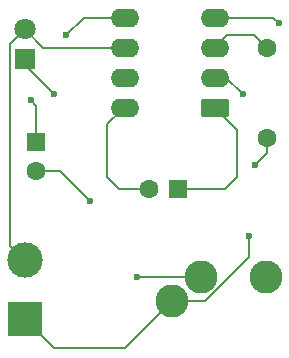
<source format=gbr>
%TF.GenerationSoftware,KiCad,Pcbnew,9.0.2*%
%TF.CreationDate,2025-07-25T11:07:30+05:30*%
%TF.ProjectId,IR_RX,49525f52-582e-46b6-9963-61645f706362,rev?*%
%TF.SameCoordinates,Original*%
%TF.FileFunction,Copper,L1,Top*%
%TF.FilePolarity,Positive*%
%FSLAX46Y46*%
G04 Gerber Fmt 4.6, Leading zero omitted, Abs format (unit mm)*
G04 Created by KiCad (PCBNEW 9.0.2) date 2025-07-25 11:07:30*
%MOMM*%
%LPD*%
G01*
G04 APERTURE LIST*
G04 Aperture macros list*
%AMRoundRect*
0 Rectangle with rounded corners*
0 $1 Rounding radius*
0 $2 $3 $4 $5 $6 $7 $8 $9 X,Y pos of 4 corners*
0 Add a 4 corners polygon primitive as box body*
4,1,4,$2,$3,$4,$5,$6,$7,$8,$9,$2,$3,0*
0 Add four circle primitives for the rounded corners*
1,1,$1+$1,$2,$3*
1,1,$1+$1,$4,$5*
1,1,$1+$1,$6,$7*
1,1,$1+$1,$8,$9*
0 Add four rect primitives between the rounded corners*
20,1,$1+$1,$2,$3,$4,$5,0*
20,1,$1+$1,$4,$5,$6,$7,0*
20,1,$1+$1,$6,$7,$8,$9,0*
20,1,$1+$1,$8,$9,$2,$3,0*%
G04 Aperture macros list end*
%TA.AperFunction,ComponentPad*%
%ADD10RoundRect,0.250000X0.950000X0.550000X-0.950000X0.550000X-0.950000X-0.550000X0.950000X-0.550000X0*%
%TD*%
%TA.AperFunction,ComponentPad*%
%ADD11O,2.400000X1.600000*%
%TD*%
%TA.AperFunction,ComponentPad*%
%ADD12RoundRect,0.250000X0.550000X0.550000X-0.550000X0.550000X-0.550000X-0.550000X0.550000X-0.550000X0*%
%TD*%
%TA.AperFunction,ComponentPad*%
%ADD13C,1.600000*%
%TD*%
%TA.AperFunction,ComponentPad*%
%ADD14R,1.800000X1.800000*%
%TD*%
%TA.AperFunction,ComponentPad*%
%ADD15C,1.800000*%
%TD*%
%TA.AperFunction,ComponentPad*%
%ADD16C,2.800000*%
%TD*%
%TA.AperFunction,ComponentPad*%
%ADD17RoundRect,0.250000X-0.550000X0.550000X-0.550000X-0.550000X0.550000X-0.550000X0.550000X0.550000X0*%
%TD*%
%TA.AperFunction,ComponentPad*%
%ADD18R,3.000000X3.000000*%
%TD*%
%TA.AperFunction,ComponentPad*%
%ADD19C,3.000000*%
%TD*%
%TA.AperFunction,ViaPad*%
%ADD20C,0.600000*%
%TD*%
%TA.AperFunction,Conductor*%
%ADD21C,0.200000*%
%TD*%
G04 APERTURE END LIST*
D10*
%TO.P,U1,1,GAIN*%
%TO.N,Net-(10uF1-Pad1)*%
X134120000Y-105120000D03*
D11*
%TO.P,U1,2,-*%
%TO.N,GND*%
X134120000Y-102580000D03*
%TO.P,U1,3,+*%
%TO.N,Net-(U1-+)*%
X134120000Y-100040000D03*
%TO.P,U1,4,GND*%
%TO.N,GND*%
X134120000Y-97500000D03*
%TO.P,U1,5*%
%TO.N,Net-(C2-Pad1)*%
X126500000Y-97500000D03*
%TO.P,U1,6,V+*%
%TO.N,+5V*%
X126500000Y-100040000D03*
%TO.P,U1,7,BYPASS*%
%TO.N,unconnected-(U1-BYPASS-Pad7)*%
X126500000Y-102580000D03*
%TO.P,U1,8,GAIN*%
%TO.N,Net-(10uF1-Pad2)*%
X126500000Y-105120000D03*
%TD*%
D12*
%TO.P,10uF1,1*%
%TO.N,Net-(10uF1-Pad1)*%
X131000000Y-112000000D03*
D13*
%TO.P,10uF1,2*%
%TO.N,Net-(10uF1-Pad2)*%
X128500000Y-112000000D03*
%TD*%
D14*
%TO.P,D1,1,K*%
%TO.N,Net-(D1-K)*%
X118000000Y-101040000D03*
D15*
%TO.P,D1,2,A*%
%TO.N,+5V*%
X118000000Y-98500000D03*
%TD*%
D16*
%TO.P,J2,R*%
%TO.N,unconnected-(J2-PadR)*%
X138400000Y-119500000D03*
%TO.P,J2,S*%
%TO.N,GND*%
X130500000Y-121500000D03*
%TO.P,J2,T*%
%TO.N,Net-(C2-Pad2)*%
X132900000Y-119500000D03*
%TD*%
D13*
%TO.P,R2,1*%
%TO.N,Net-(D1-K)*%
X138500000Y-107690000D03*
%TO.P,R2,2*%
%TO.N,Net-(U1-+)*%
X138500000Y-100070000D03*
%TD*%
D17*
%TO.P,C2,1*%
%TO.N,Net-(C2-Pad1)*%
X119000000Y-108000000D03*
D13*
%TO.P,C2,2*%
%TO.N,Net-(C2-Pad2)*%
X119000000Y-110500000D03*
%TD*%
D18*
%TO.P,J1,1,Pin_1*%
%TO.N,GND*%
X118000000Y-123000000D03*
D19*
%TO.P,J1,2,Pin_2*%
%TO.N,+5V*%
X118000000Y-118000000D03*
%TD*%
D20*
%TO.N,Net-(C2-Pad2)*%
X123500000Y-113000000D03*
X127500000Y-119500000D03*
%TO.N,Net-(C2-Pad1)*%
X121500000Y-99000000D03*
X118500000Y-104500000D03*
%TO.N,Net-(D1-K)*%
X137500000Y-110000000D03*
X120500000Y-104000000D03*
%TO.N,GND*%
X136500000Y-104000000D03*
X137000000Y-116000000D03*
X139500000Y-98000000D03*
%TD*%
D21*
%TO.N,Net-(10uF1-Pad2)*%
X125000000Y-111000000D02*
X126000000Y-112000000D01*
X126500000Y-105120000D02*
X126380000Y-105120000D01*
X125000000Y-106500000D02*
X125000000Y-111000000D01*
X126000000Y-112000000D02*
X128500000Y-112000000D01*
X126380000Y-105120000D02*
X125000000Y-106500000D01*
%TO.N,Net-(10uF1-Pad1)*%
X135000000Y-112000000D02*
X136000000Y-111000000D01*
X131000000Y-112000000D02*
X135000000Y-112000000D01*
X136000000Y-111000000D02*
X136000000Y-107000000D01*
X136000000Y-107000000D02*
X134120000Y-105120000D01*
%TO.N,Net-(C2-Pad2)*%
X127500000Y-119500000D02*
X132900000Y-119500000D01*
X123500000Y-113000000D02*
X121000000Y-110500000D01*
X121000000Y-110500000D02*
X119000000Y-110500000D01*
%TO.N,Net-(C2-Pad1)*%
X119000000Y-105000000D02*
X119000000Y-108000000D01*
X123000000Y-97500000D02*
X121500000Y-99000000D01*
X126500000Y-97500000D02*
X123000000Y-97500000D01*
X118500000Y-104500000D02*
X119000000Y-105000000D01*
%TO.N,Net-(D1-K)*%
X138500000Y-109000000D02*
X137500000Y-110000000D01*
X118000000Y-101500000D02*
X120500000Y-104000000D01*
X138500000Y-107690000D02*
X138500000Y-109000000D01*
X118000000Y-101040000D02*
X118000000Y-101500000D01*
%TO.N,+5V*%
X116799000Y-99701000D02*
X116799000Y-116799000D01*
X116799000Y-116799000D02*
X118000000Y-118000000D01*
X126500000Y-100040000D02*
X119540000Y-100040000D01*
X118000000Y-98500000D02*
X116799000Y-99701000D01*
X119540000Y-100040000D02*
X118000000Y-98500000D01*
%TO.N,GND*%
X134120000Y-97500000D02*
X139000000Y-97500000D01*
X137000000Y-117805578D02*
X133305578Y-121500000D01*
X120500000Y-125500000D02*
X126500000Y-125500000D01*
X118000000Y-123000000D02*
X120500000Y-125500000D01*
X126500000Y-125500000D02*
X130500000Y-121500000D01*
X133305578Y-121500000D02*
X130500000Y-121500000D01*
X135080000Y-102580000D02*
X136500000Y-104000000D01*
X134120000Y-102580000D02*
X135080000Y-102580000D01*
X139000000Y-97500000D02*
X139500000Y-98000000D01*
X137000000Y-116000000D02*
X137000000Y-117805578D01*
%TO.N,Net-(U1-+)*%
X137430000Y-99000000D02*
X135160000Y-99000000D01*
X138500000Y-100070000D02*
X137430000Y-99000000D01*
X135160000Y-99000000D02*
X134120000Y-100040000D01*
%TD*%
M02*

</source>
